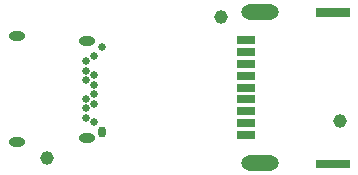
<source format=gbr>
%TF.GenerationSoftware,KiCad,Pcbnew,(5.1.10)-1*%
%TF.CreationDate,2022-01-31T11:01:00+08:00*%
%TF.ProjectId,VL160,564c3136-302e-46b6-9963-61645f706362,rev?*%
%TF.SameCoordinates,Original*%
%TF.FileFunction,Soldermask,Bot*%
%TF.FilePolarity,Negative*%
%FSLAX46Y46*%
G04 Gerber Fmt 4.6, Leading zero omitted, Abs format (unit mm)*
G04 Created by KiCad (PCBNEW (5.1.10)-1) date 2022-01-31 11:01:00*
%MOMM*%
%LPD*%
G01*
G04 APERTURE LIST*
%ADD10C,0.100000*%
%ADD11C,0.650000*%
%ADD12O,0.650000X0.950000*%
%ADD13O,1.400000X0.800000*%
%ADD14C,1.152000*%
%ADD15R,1.600200X0.701040*%
%ADD16O,3.200400X1.300480*%
G04 APERTURE END LIST*
D10*
G36*
X156083000Y-103759000D02*
G01*
X153289000Y-103759000D01*
X153289000Y-103124000D01*
X156083000Y-103124000D01*
X156083000Y-103759000D01*
G37*
X156083000Y-103759000D02*
X153289000Y-103759000D01*
X153289000Y-103124000D01*
X156083000Y-103124000D01*
X156083000Y-103759000D01*
G36*
X156083000Y-90932000D02*
G01*
X153289000Y-90932000D01*
X153289000Y-90297000D01*
X156083000Y-90297000D01*
X156083000Y-90932000D01*
G37*
X156083000Y-90932000D02*
X153289000Y-90932000D01*
X153289000Y-90297000D01*
X156083000Y-90297000D01*
X156083000Y-90932000D01*
D11*
%TO.C,J1*%
X133820000Y-94755000D03*
X133820000Y-95555000D03*
X133820000Y-96355000D03*
X133820000Y-97955000D03*
X133820000Y-98755000D03*
X133820000Y-99555000D03*
X134520000Y-94355000D03*
X134520000Y-95955000D03*
X134520000Y-96755000D03*
X134520000Y-97555000D03*
X134520000Y-98355000D03*
X134520000Y-99955000D03*
X135170000Y-93555000D03*
D12*
X135170000Y-100755000D03*
D13*
X127970000Y-92665000D03*
X127970000Y-101645000D03*
X133920000Y-101285000D03*
X133920000Y-93025000D03*
%TD*%
D14*
%TO.C,H3*%
X145288000Y-91059000D03*
%TD*%
%TO.C,H2*%
X155321000Y-99822000D03*
%TD*%
%TO.C,H1*%
X130556000Y-102997000D03*
%TD*%
D15*
%TO.C,J2*%
X147398740Y-92997020D03*
X147398740Y-93997780D03*
X147398740Y-94998540D03*
X147398740Y-95996760D03*
X147398740Y-96997520D03*
X147398740Y-97998280D03*
X147398740Y-98996500D03*
X147398740Y-99997260D03*
X147398740Y-100998020D03*
D16*
X148546820Y-90596720D03*
X148546820Y-103398320D03*
%TD*%
M02*

</source>
